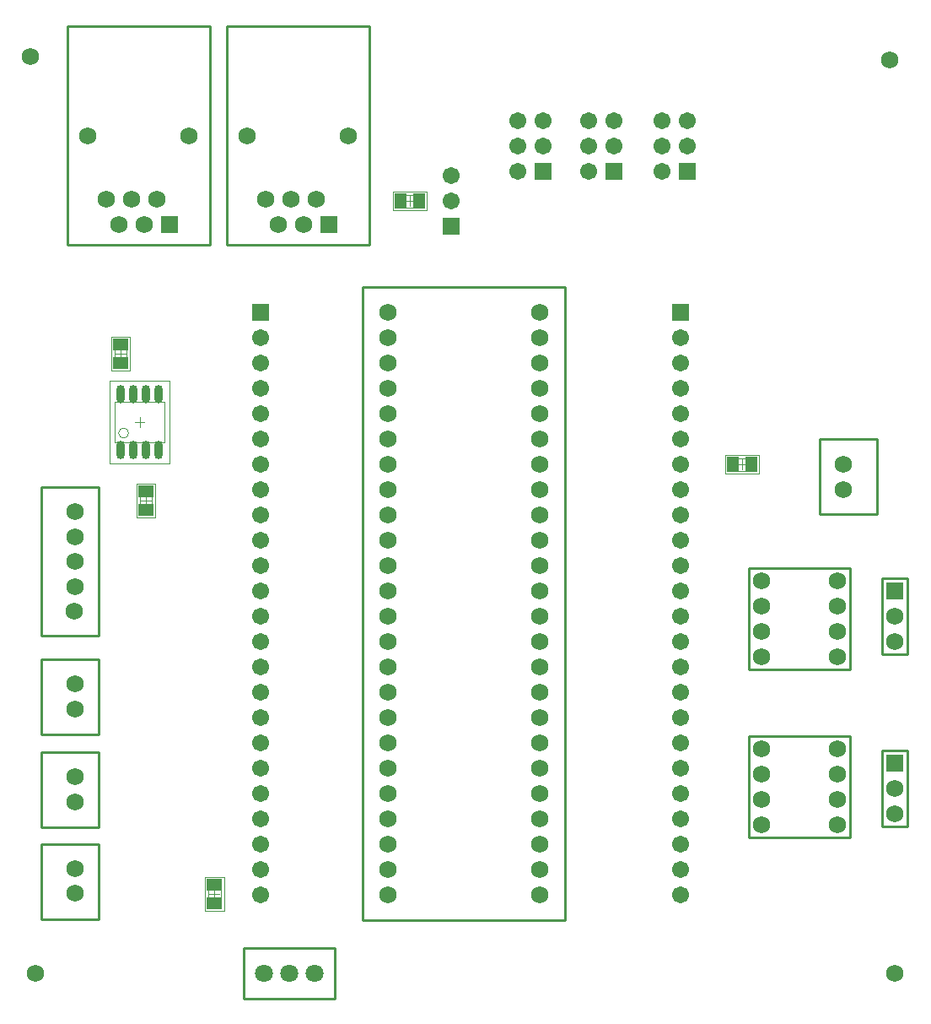
<source format=gts>
G04*
G04 #@! TF.GenerationSoftware,Altium Limited,Altium Designer,19.1.8 (144)*
G04*
G04 Layer_Color=8388736*
%FSLAX25Y25*%
%MOIN*%
G70*
G01*
G75*
%ADD12C,0.01000*%
%ADD14C,0.00394*%
%ADD15C,0.00197*%
%ADD21R,0.05918X0.04934*%
%ADD22O,0.03359X0.07296*%
%ADD23R,0.06312X0.04934*%
%ADD24R,0.04934X0.05918*%
%ADD25R,0.04934X0.06312*%
%ADD26C,0.06800*%
%ADD27R,0.06800X0.06800*%
%ADD28C,0.06706*%
%ADD29R,0.06706X0.06706*%
%ADD30R,0.06800X0.06800*%
%ADD31C,0.07099*%
D12*
X142661Y33841D02*
Y283841D01*
Y33841D02*
X222661D01*
Y283841D01*
X142661D02*
X222661D01*
X323602Y223998D02*
X345602D01*
X345988Y194353D02*
Y223998D01*
X323350Y194353D02*
X345988D01*
X323350D02*
Y223998D01*
X15811Y146087D02*
X38252D01*
X15614Y146283D02*
X15811Y146087D01*
X15614Y146283D02*
Y204748D01*
X38252D01*
Y146087D02*
Y204748D01*
X28606Y146087D02*
X38252D01*
Y70493D02*
Y100138D01*
X15614D02*
X38252D01*
X15614Y70493D02*
Y100138D01*
X16000Y70493D02*
X38000D01*
X348000Y71000D02*
Y101001D01*
X358000D01*
Y71000D02*
Y101001D01*
X348000Y71000D02*
X358000D01*
X348000Y139000D02*
Y169001D01*
X358000D01*
Y139000D02*
Y169001D01*
X348000Y139000D02*
X358000D01*
X295500Y66500D02*
Y106500D01*
X335500D01*
Y66500D02*
Y106500D01*
X295500Y66500D02*
X335500D01*
X295500Y133000D02*
Y173000D01*
X335500D01*
Y133000D02*
Y173000D01*
X295500Y133000D02*
X335500D01*
X16000Y34335D02*
X38000D01*
X15614D02*
Y63980D01*
X38252D01*
Y34335D02*
Y63980D01*
X16000Y107169D02*
X38000D01*
X15614D02*
Y136815D01*
X38252D01*
Y107169D02*
Y136815D01*
X95803Y2996D02*
X131803D01*
Y22996D01*
X95803D02*
X131803D01*
X95803Y2996D02*
Y22996D01*
X145500Y343000D02*
Y387000D01*
X89000D02*
X145500D01*
X89000Y300500D02*
Y387000D01*
Y300500D02*
X145500D01*
Y343500D01*
X82500Y300500D02*
Y343500D01*
X26000Y300500D02*
X82500D01*
X26000D02*
Y387000D01*
X82500D01*
Y343000D02*
Y387000D01*
D14*
X50185Y226205D02*
G03*
X50185Y226205I-1969J0D01*
G01*
X44536Y261715D02*
X49496D01*
X44536Y253250D02*
X49496D01*
Y261715D01*
X44536Y253250D02*
Y261715D01*
X64359Y222661D02*
Y238409D01*
X44674Y222661D02*
Y238409D01*
X64359D01*
X44674Y222661D02*
X64359D01*
X54536Y195268D02*
Y203732D01*
X59496Y195268D02*
Y203732D01*
X54536Y195268D02*
X59496D01*
X54536Y203732D02*
X59496D01*
X156968Y315360D02*
Y320321D01*
X165433Y315360D02*
Y320321D01*
X156968D02*
X165433D01*
X156968Y315360D02*
X165433D01*
X288547Y216264D02*
X297012D01*
X288547Y211303D02*
X297012D01*
X288547D02*
Y216264D01*
X297012Y211303D02*
Y216264D01*
X86598Y39965D02*
Y48429D01*
X81638Y39965D02*
Y48429D01*
X86598D01*
X81638Y39965D02*
X86598D01*
X47016Y255514D02*
Y259451D01*
X45048Y257483D02*
X48985D01*
X52548Y230535D02*
X56485D01*
X54516Y228567D02*
Y232504D01*
X55048Y199500D02*
X58985D01*
X57016Y197531D02*
Y201468D01*
X159232Y317841D02*
X163169D01*
X161200Y315872D02*
Y319809D01*
X292779Y211815D02*
Y215752D01*
X290811Y213784D02*
X294748D01*
X82150Y44197D02*
X86087D01*
X84118Y42228D02*
Y46165D01*
D15*
X43473Y264176D02*
X50559D01*
X43473Y250790D02*
X50559D01*
Y264176D01*
X43473Y250790D02*
Y264176D01*
X66327Y214197D02*
Y246874D01*
X42705Y214197D02*
Y246874D01*
X66327D01*
X42705Y214197D02*
X66327D01*
X53276Y192807D02*
Y206193D01*
X60756Y192807D02*
Y206193D01*
X53276Y192807D02*
X60756D01*
X53276Y206193D02*
X60756D01*
X154507Y314298D02*
Y321384D01*
X167893Y314298D02*
Y321384D01*
X154507D02*
X167893D01*
X154507Y314298D02*
X167893D01*
X286087Y217524D02*
X299472D01*
X286087Y210043D02*
X299472D01*
X286087D02*
Y217524D01*
X299472Y210043D02*
Y217524D01*
X87858Y37504D02*
Y50890D01*
X80378Y37504D02*
Y50890D01*
X87858D01*
X80378Y37504D02*
X87858D01*
D21*
X47016Y261124D02*
D03*
Y253841D02*
D03*
D22*
X62016Y241657D02*
D03*
X57016D02*
D03*
X52016D02*
D03*
X47016D02*
D03*
X62016Y219413D02*
D03*
X57016D02*
D03*
X52016D02*
D03*
X47016D02*
D03*
D23*
X57016Y195858D02*
D03*
Y203142D02*
D03*
X84118Y47839D02*
D03*
Y40555D02*
D03*
D24*
X157558Y317841D02*
D03*
X164842D02*
D03*
D25*
X289138Y213784D02*
D03*
X296421D02*
D03*
D26*
X104500Y318500D02*
D03*
X114500D02*
D03*
X124500D02*
D03*
X109500Y308500D02*
D03*
X119500D02*
D03*
X97000Y343500D02*
D03*
X137000D02*
D03*
X74000D02*
D03*
X34000D02*
D03*
X56500Y308500D02*
D03*
X46500D02*
D03*
X61500Y318500D02*
D03*
X51500D02*
D03*
X41500D02*
D03*
X332602Y203998D02*
D03*
Y213841D02*
D03*
X29000Y195102D02*
D03*
Y185260D02*
D03*
Y175417D02*
D03*
Y165575D02*
D03*
X28606Y155732D02*
D03*
X212661Y113841D02*
D03*
Y123841D02*
D03*
Y133841D02*
D03*
Y273841D02*
D03*
Y263841D02*
D03*
Y253841D02*
D03*
X152661Y133841D02*
D03*
X212661Y103841D02*
D03*
Y93841D02*
D03*
Y83841D02*
D03*
Y73841D02*
D03*
Y63841D02*
D03*
Y53841D02*
D03*
Y43841D02*
D03*
X152661D02*
D03*
Y53841D02*
D03*
Y63841D02*
D03*
Y73841D02*
D03*
Y83841D02*
D03*
Y93841D02*
D03*
Y103841D02*
D03*
Y113841D02*
D03*
Y123841D02*
D03*
X212661Y243841D02*
D03*
Y233841D02*
D03*
Y223841D02*
D03*
Y213841D02*
D03*
Y203841D02*
D03*
Y193841D02*
D03*
Y183841D02*
D03*
Y173841D02*
D03*
Y163841D02*
D03*
Y153841D02*
D03*
Y143841D02*
D03*
X152661D02*
D03*
Y153841D02*
D03*
Y163841D02*
D03*
Y173841D02*
D03*
Y183841D02*
D03*
Y193841D02*
D03*
Y203841D02*
D03*
Y213841D02*
D03*
Y223841D02*
D03*
Y233841D02*
D03*
Y243841D02*
D03*
Y253841D02*
D03*
Y263841D02*
D03*
Y273841D02*
D03*
X29000Y80650D02*
D03*
Y90493D02*
D03*
X351000Y373500D02*
D03*
X353000Y13000D02*
D03*
X13500Y13000D02*
D03*
X11500Y375000D02*
D03*
X353000Y76000D02*
D03*
Y86000D02*
D03*
Y144000D02*
D03*
Y154000D02*
D03*
X300500Y101500D02*
D03*
Y91500D02*
D03*
Y81500D02*
D03*
Y71500D02*
D03*
X330500D02*
D03*
Y81500D02*
D03*
Y91500D02*
D03*
Y101500D02*
D03*
X300500Y168000D02*
D03*
Y158000D02*
D03*
Y148000D02*
D03*
Y138000D02*
D03*
X330500D02*
D03*
Y148000D02*
D03*
Y158000D02*
D03*
Y168000D02*
D03*
X29000Y54335D02*
D03*
Y44492D02*
D03*
Y127169D02*
D03*
Y117327D02*
D03*
D27*
X129500Y308500D02*
D03*
X66500D02*
D03*
D28*
X204000Y349500D02*
D03*
X214000D02*
D03*
X204000Y339500D02*
D03*
X214000D02*
D03*
X204000Y329500D02*
D03*
X268213Y43841D02*
D03*
Y53841D02*
D03*
Y63841D02*
D03*
Y73841D02*
D03*
Y83841D02*
D03*
Y93841D02*
D03*
Y103841D02*
D03*
Y113841D02*
D03*
Y123841D02*
D03*
Y133841D02*
D03*
Y143841D02*
D03*
Y153841D02*
D03*
Y163841D02*
D03*
Y173841D02*
D03*
Y183841D02*
D03*
Y193841D02*
D03*
Y203841D02*
D03*
Y213841D02*
D03*
Y223841D02*
D03*
Y233841D02*
D03*
Y243841D02*
D03*
Y253841D02*
D03*
Y263841D02*
D03*
X102425Y43841D02*
D03*
Y53841D02*
D03*
Y63841D02*
D03*
Y73841D02*
D03*
Y83841D02*
D03*
Y93841D02*
D03*
Y103841D02*
D03*
Y113841D02*
D03*
Y123841D02*
D03*
Y133841D02*
D03*
Y143841D02*
D03*
Y153841D02*
D03*
Y163841D02*
D03*
Y173841D02*
D03*
Y183841D02*
D03*
Y193841D02*
D03*
Y203841D02*
D03*
Y213841D02*
D03*
Y223841D02*
D03*
Y233841D02*
D03*
Y243841D02*
D03*
Y253841D02*
D03*
Y263841D02*
D03*
X177661Y317841D02*
D03*
Y327841D02*
D03*
X261000Y329500D02*
D03*
X271000Y339500D02*
D03*
X261000D02*
D03*
X271000Y349500D02*
D03*
X261000D02*
D03*
X232000Y329500D02*
D03*
X242000Y339500D02*
D03*
X232000D02*
D03*
X242000Y349500D02*
D03*
X232000D02*
D03*
D29*
X214000Y329500D02*
D03*
X268213Y273841D02*
D03*
X102425D02*
D03*
X177661Y307841D02*
D03*
X271000Y329500D02*
D03*
X242000D02*
D03*
D30*
X353000Y96000D02*
D03*
Y164000D02*
D03*
D31*
X103803Y12996D02*
D03*
X113803D02*
D03*
X123803D02*
D03*
M02*

</source>
